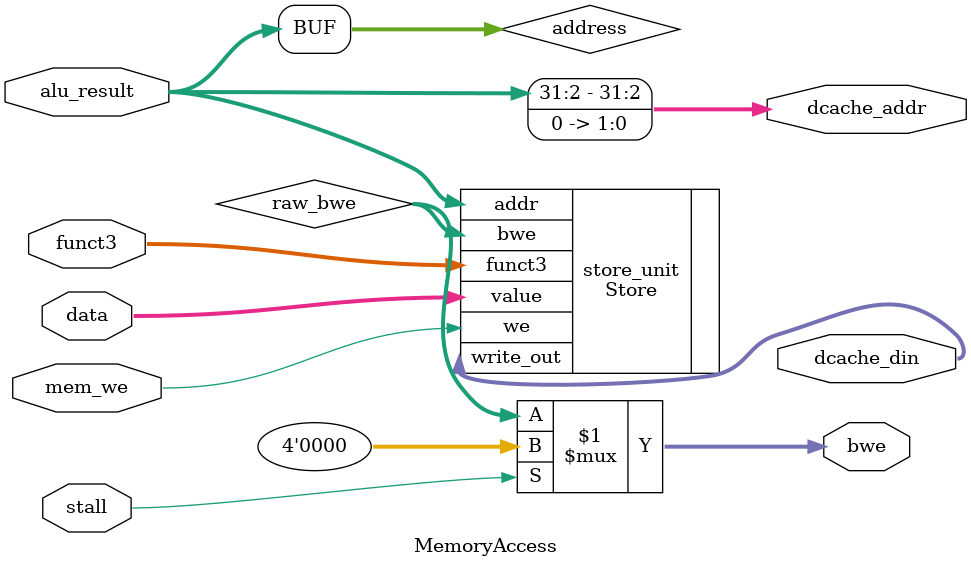
<source format=v>
module MemoryAccess (
    input stall, mem_we,
    input [2:0] funct3,
    input [31:0] alu_result,
    output [3:0] bwe,
    output [31:0] dcache_addr, dcache_din,
    input [31:0] data
);
    wire [31:0] address;
    wire [3:0] raw_bwe;
    assign address = alu_result;
    assign dcache_addr = {address[31:2], 2'b00};
    assign bwe = stall ? 4'h0 : raw_bwe;

    Store store_unit(
        .addr(address), .value(data),
        .funct3(funct3),
        .we(mem_we),
        .bwe(raw_bwe),
        .write_out(dcache_din)
    );

endmodule
</source>
